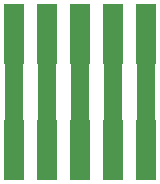
<source format=gtl>
G04 #@! TF.FileFunction,Copper,L1,Top,Signal*
%FSLAX46Y46*%
G04 Gerber Fmt 4.6, Leading zero omitted, Abs format (unit mm)*
G04 Created by KiCad (PCBNEW 4.0.5) date 08/14/17 09:26:25*
%MOMM*%
%LPD*%
G01*
G04 APERTURE LIST*
%ADD10C,0.100000*%
%ADD11R,1.778000X5.080000*%
%ADD12C,1.500000*%
G04 APERTURE END LIST*
D10*
D11*
X137160000Y-112460000D03*
X139954000Y-112460000D03*
X142748000Y-112460000D03*
X145542000Y-112460000D03*
X134366000Y-112460000D03*
X142748000Y-102667000D03*
X139954000Y-102667000D03*
X137160000Y-102667000D03*
X134366000Y-102667000D03*
X145542000Y-102667000D03*
D12*
X137160000Y-102667000D02*
X137160000Y-112460000D01*
X139954000Y-102667000D02*
X139954000Y-112460000D01*
X142748000Y-102667000D02*
X142748000Y-112460000D01*
X145542000Y-102667000D02*
X145542000Y-112460000D01*
X134366000Y-102667000D02*
X134366000Y-112460000D01*
M02*

</source>
